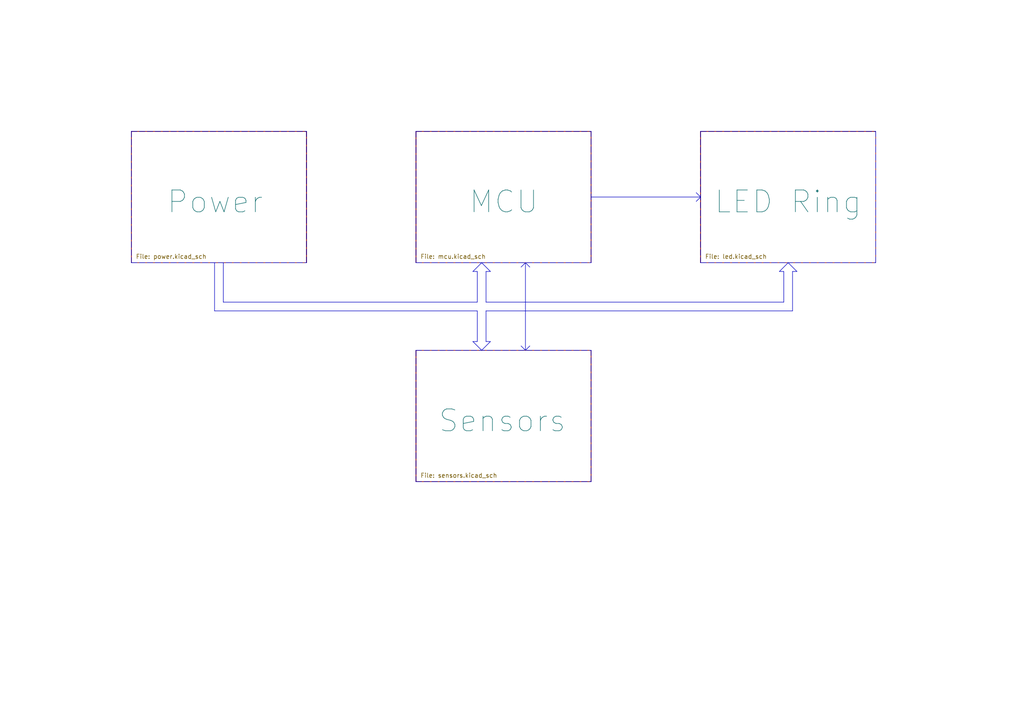
<source format=kicad_sch>
(kicad_sch (version 20211123) (generator eeschema)
  (paper "A4")
  (title_block (title "SmartWatch - [1] Overview") (date "2022-06-19") (rev "v0.1") (comment 4 "Simon Brenninger"))
  (lib_symbols)
  (polyline (pts (xy 153.67 77.47) (xy 152.4 76.2)) (stroke (width 0) (type solid)))
  (polyline (pts (xy 137.16 78.74) (xy 138.43 78.74)) (stroke (width 0) (type solid)))
  (polyline (pts (xy 171.45 76.2) (xy 171.45 38.1)))
  (polyline (pts (xy 229.87 78.74) (xy 229.87 90.17)) (stroke (width 0) (type solid)))
  (polyline (pts (xy 229.87 90.17) (xy 140.97 90.17)) (stroke (width 0) (type solid)))
  (polyline (pts (xy 228.6 76.2) (xy 226.06 78.74)) (stroke (width 0) (type solid)))
  (polyline (pts (xy 62.23 76.2) (xy 62.23 90.17)) (stroke (width 0) (type solid)))
  (polyline (pts (xy 140.97 90.17) (xy 140.97 99.06)) (stroke (width 0) (type solid)))
  (polyline (pts (xy 140.97 99.06) (xy 142.24 99.06)) (stroke (width 0) (type solid)))
  (polyline (pts (xy 142.24 99.06) (xy 139.7 101.6)) (stroke (width 0) (type solid)))
  (polyline (pts (xy 139.7 101.6) (xy 137.16 99.06)) (stroke (width 0) (type solid)))
  (polyline (pts (xy 171.45 139.7) (xy 171.45 101.6)))
  (polyline (pts (xy 140.97 78.74) (xy 140.97 87.63)) (stroke (width 0) (type solid)))
  (polyline (pts (xy 254 76.2) (xy 254 38.1)))
  (polyline (pts (xy 139.7 76.2) (xy 137.16 78.74)) (stroke (width 0) (type solid)))
  (polyline (pts (xy 64.77 87.63) (xy 64.77 76.2)) (stroke (width 0) (type solid)))
  (polyline (pts (xy 226.06 78.74) (xy 227.33 78.74)) (stroke (width 0) (type solid)))
  (polyline (pts (xy 152.4 76.2) (xy 151.13 77.47)) (stroke (width 0) (type solid)))
  (polyline (pts (xy 227.33 87.63) (xy 227.33 78.74)) (stroke (width 0) (type solid)))
  (polyline (pts (xy 62.23 90.17) (xy 138.43 90.17)) (stroke (width 0) (type solid)))
  (polyline (pts (xy 203.2 38.1) (xy 254 38.1)))
  (polyline (pts (xy 201.93 58.42) (xy 203.2 57.15)) (stroke (width 0) (type solid)))
  (polyline (pts (xy 120.65 101.6) (xy 120.65 139.7)))
  (polyline (pts (xy 120.65 76.2) (xy 171.45 76.2)))
  (polyline (pts (xy 88.9 76.2) (xy 88.9 38.1)))
  (polyline (pts (xy 142.24 78.74) (xy 140.97 78.74)) (stroke (width 0) (type solid)))
  (polyline (pts (xy 171.45 57.15) (xy 203.2 57.15)) (stroke (width 0) (type solid)))
  (polyline (pts (xy 139.7 76.2) (xy 142.24 78.74)) (stroke (width 0) (type solid)))
  (polyline (pts (xy 138.43 90.17) (xy 138.43 99.06)) (stroke (width 0) (type solid)))
  (polyline (pts (xy 120.65 139.7) (xy 171.45 139.7)))
  (polyline (pts (xy 229.87 78.74) (xy 231.14 78.74)) (stroke (width 0) (type solid)))
  (polyline (pts (xy 120.65 38.1) (xy 120.65 76.2)))
  (polyline (pts (xy 120.65 101.6) (xy 171.45 101.6)))
  (polyline (pts (xy 231.14 78.74) (xy 228.6 76.2)) (stroke (width 0) (type solid)))
  (polyline (pts (xy 138.43 78.74) (xy 138.43 87.63)) (stroke (width 0) (type solid)))
  (polyline (pts (xy 201.93 55.88) (xy 203.2 57.15)) (stroke (width 0) (type solid)))
  (polyline (pts (xy 203.2 38.1) (xy 203.2 76.2)))
  (polyline (pts (xy 153.67 100.33) (xy 152.4 101.6)) (stroke (width 0) (type solid)))
  (polyline (pts (xy 120.65 38.1) (xy 171.45 38.1)))
  (polyline (pts (xy 152.4 76.2) (xy 152.4 101.6)) (stroke (width 0) (type solid)))
  (polyline (pts (xy 137.16 99.06) (xy 138.43 99.06)) (stroke (width 0) (type solid)))
  (polyline (pts (xy 138.43 87.63) (xy 64.77 87.63)) (stroke (width 0) (type solid)))
  (polyline (pts (xy 203.2 76.2) (xy 254 76.2)))
  (polyline (pts (xy 38.1 38.1) (xy 38.1 76.2)))
  (polyline (pts (xy 152.4 101.6) (xy 151.13 100.33)) (stroke (width 0) (type solid)))
  (polyline (pts (xy 140.97 87.63) (xy 227.33 87.63)) (stroke (width 0) (type solid)))
  (polyline (pts (xy 38.1 38.1) (xy 88.9 38.1)))
  (polyline (pts (xy 38.1 76.2) (xy 88.9 76.2)))
  (sheet (at 120.65 101.6) (size 50.8 38.1) (stroke (width 0.1524))
    (property "Sheet name" "Sensors" (at 127 125.73 0) (effects (font (size 6.35 6.35)) (justify left bottom)))
    (property "Sheet file" "sensors.kicad_sch" (at 121.92 137.16 0) (effects (justify left top)))
  )
  (sheet (at 120.65 38.1) (size 50.8 38.1) (stroke (width 0.1524))
    (property "Sheet name" "MCU" (at 135.89 62.23 0) (effects (font (size 6.35 6.35)) (justify left bottom)))
    (property "Sheet file" "mcu.kicad_sch" (at 121.92 73.66 0) (effects (justify left top)))
  )
  (sheet (at 38.1 38.1) (size 50.8 38.1) (stroke (width 0.1524))
    (property "Sheet name" "Power" (at 48.26 62.23 0) (effects (font (size 6.35 6.35)) (justify left bottom)))
    (property "Sheet file" "power.kicad_sch" (at 39.37 73.66 0) (effects (justify left top)))
  )
  (sheet (at 203.2 38.1) (size 50.8 38.1) (stroke (width 0.1524))
    (property "Sheet name" "LED Ring" (at 207.01 62.23 0) (effects (font (size 6.35 6.35)) (justify left bottom)))
    (property "Sheet file" "led.kicad_sch" (at 204.47 73.66 0) (effects (justify left top)))
  )
)
</source>
